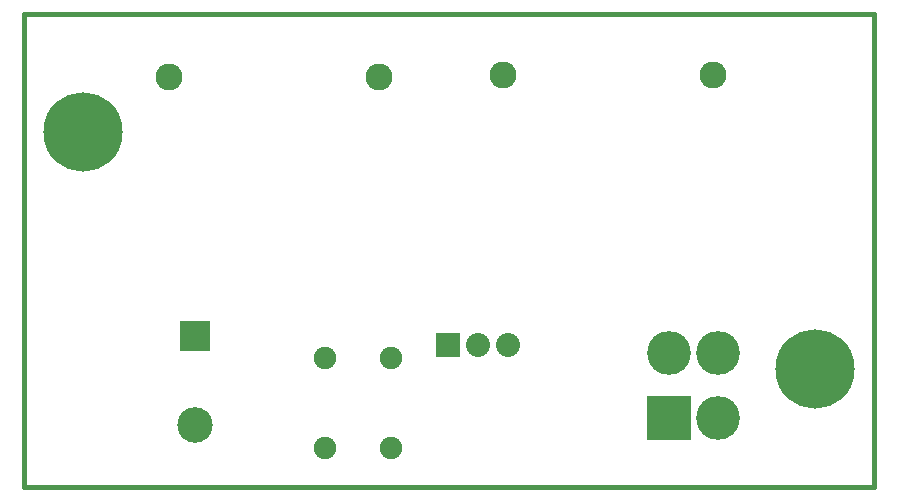
<source format=gbs>
G04 (created by PCBNEW-RS274X (2012-apr-16-27)-stable) date Fri 15 Nov 2013 10:07:24 GMT*
G01*
G70*
G90*
%MOIN*%
G04 Gerber Fmt 3.4, Leading zero omitted, Abs format*
%FSLAX34Y34*%
G04 APERTURE LIST*
%ADD10C,0.006000*%
%ADD11C,0.015000*%
%ADD12R,0.080000X0.080000*%
%ADD13C,0.080000*%
%ADD14C,0.090000*%
%ADD15C,0.075000*%
%ADD16R,0.098700X0.098700*%
%ADD17C,0.118400*%
%ADD18C,0.264100*%
%ADD19R,0.146000X0.146000*%
%ADD20C,0.146000*%
G04 APERTURE END LIST*
G54D10*
G54D11*
X00394Y00748D02*
X28740Y00748D01*
X28347Y16496D02*
X28740Y16496D01*
X01181Y16496D02*
X00394Y16496D01*
X27953Y16496D02*
X28347Y16496D01*
X27953Y16496D02*
X27559Y16496D01*
X28740Y00749D02*
X28740Y16497D01*
X01181Y16496D02*
X27559Y16496D01*
X00394Y00747D02*
X00394Y16495D01*
G54D12*
X14552Y05472D03*
G54D13*
X15552Y05472D03*
X16552Y05472D03*
G54D14*
X05240Y14409D03*
X12240Y14409D03*
X23382Y14488D03*
X16382Y14488D03*
G54D15*
X12638Y05043D03*
X12638Y02043D03*
X10433Y05043D03*
X10433Y02043D03*
G54D16*
X06103Y05767D03*
G54D17*
X06103Y02815D03*
G54D18*
X02363Y12559D03*
X26772Y04685D03*
G54D19*
X21890Y03031D03*
G54D20*
X23544Y03031D03*
X21890Y05196D03*
X23544Y05196D03*
M02*

</source>
